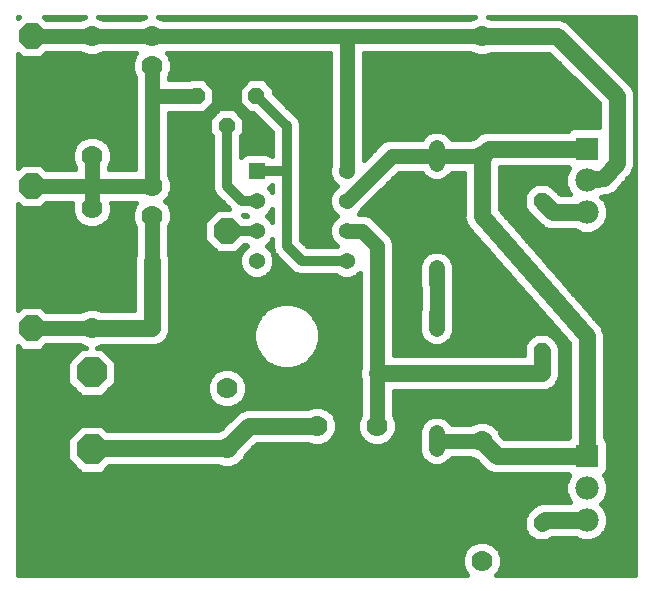
<source format=gtl>
G75*
%MOIN*%
%OFA0B0*%
%FSLAX25Y25*%
%IPPOS*%
%LPD*%
%AMOC8*
5,1,8,0,0,1.08239X$1,22.5*
%
%ADD10C,0.07000*%
%ADD11C,0.05200*%
%ADD12R,0.07795X0.07795*%
%ADD13C,0.07795*%
%ADD14OC8,0.05200*%
%ADD15OC8,0.08500*%
%ADD16OC8,0.10000*%
%ADD17R,0.05400X0.05400*%
%ADD18C,0.05400*%
%ADD19C,0.05000*%
%ADD20C,0.05600*%
%ADD21C,0.03200*%
%ADD22C,0.01600*%
D10*
X0076800Y0049300D03*
X0076800Y0069300D03*
X0106800Y0056800D03*
X0126800Y0056800D03*
X0161800Y0051800D03*
X0161800Y0011800D03*
X0051800Y0126800D03*
X0051800Y0136800D03*
X0031800Y0129300D03*
X0031800Y0146800D03*
X0051800Y0176800D03*
X0051800Y0186800D03*
X0031800Y0186800D03*
X0031800Y0089300D03*
X0161800Y0146800D03*
X0161800Y0186800D03*
D11*
X0146800Y0149400D02*
X0146800Y0144200D01*
X0146800Y0109400D02*
X0146800Y0104200D01*
X0146800Y0094400D02*
X0146800Y0089200D01*
X0146800Y0054400D02*
X0146800Y0049200D01*
D12*
X0196800Y0046800D03*
X0196800Y0149241D03*
D13*
X0196800Y0138611D03*
X0196800Y0127981D03*
X0196800Y0036170D03*
X0196800Y0025540D03*
D14*
X0181800Y0024300D03*
X0181800Y0074300D03*
X0181800Y0081800D03*
X0181800Y0131800D03*
X0086700Y0166800D03*
X0076800Y0156800D03*
X0066900Y0166800D03*
D15*
X0076800Y0121800D03*
X0011800Y0136800D03*
X0011800Y0089300D03*
X0011800Y0186800D03*
D16*
X0031800Y0074600D03*
X0031800Y0049000D03*
D17*
X0086800Y0141800D03*
D18*
X0086800Y0131800D03*
X0086800Y0121800D03*
X0086800Y0111800D03*
X0116800Y0111800D03*
X0116800Y0121800D03*
X0116800Y0131800D03*
X0116800Y0141800D03*
D19*
X0116800Y0186800D01*
X0051800Y0186800D01*
X0031800Y0186800D01*
X0011800Y0186800D01*
X0051800Y0176800D02*
X0051800Y0166800D01*
X0066900Y0166800D01*
X0051800Y0166800D02*
X0051800Y0136800D01*
X0031800Y0136800D01*
X0031800Y0146800D01*
X0031800Y0136800D02*
X0011800Y0136800D01*
X0031800Y0136800D02*
X0031800Y0129300D01*
X0051800Y0126800D02*
X0051800Y0111800D01*
X0031800Y0089300D02*
X0011800Y0089300D01*
X0116800Y0121800D02*
X0121800Y0121800D01*
X0126800Y0116800D01*
X0126800Y0074300D01*
X0126800Y0056800D01*
X0146800Y0051800D02*
X0161800Y0051800D01*
X0146800Y0091800D02*
X0146800Y0106800D01*
X0116800Y0131800D02*
X0131800Y0146800D01*
X0146800Y0146800D01*
X0161800Y0146800D01*
X0161800Y0186800D02*
X0116800Y0186800D01*
D20*
X0161800Y0186800D02*
X0186800Y0186800D01*
X0206800Y0166800D01*
X0206800Y0144300D01*
X0202489Y0139300D01*
X0196800Y0138611D01*
X0196800Y0149241D02*
X0164241Y0149241D01*
X0161800Y0146800D01*
X0161800Y0126800D01*
X0196800Y0086800D01*
X0196800Y0046800D01*
X0166800Y0046800D01*
X0161800Y0051800D01*
X0181800Y0074300D02*
X0126800Y0074300D01*
X0106800Y0056800D02*
X0084300Y0056800D01*
X0076800Y0049300D01*
X0032100Y0049300D01*
X0031800Y0049000D01*
X0031800Y0089300D02*
X0051800Y0089300D01*
X0051800Y0111800D01*
X0181800Y0131800D02*
X0185619Y0127981D01*
X0196800Y0127981D01*
X0181800Y0081800D02*
X0181800Y0074300D01*
X0183040Y0025540D02*
X0181800Y0024300D01*
X0183040Y0025540D02*
X0196800Y0025540D01*
D21*
X0116800Y0111800D02*
X0101800Y0111800D01*
X0096800Y0116800D01*
X0096800Y0141800D01*
X0086800Y0141800D01*
X0096800Y0141800D02*
X0096800Y0156700D01*
X0086700Y0166800D01*
X0076800Y0156800D02*
X0076800Y0136800D01*
X0081800Y0131800D01*
X0086800Y0131800D01*
X0086800Y0121800D02*
X0076800Y0121800D01*
D22*
X0007250Y0083314D02*
X0007250Y0007250D01*
X0156875Y0007250D01*
X0156120Y0008005D01*
X0155100Y0010467D01*
X0155100Y0013133D01*
X0156120Y0015595D01*
X0158005Y0017480D01*
X0160467Y0018500D01*
X0163133Y0018500D01*
X0165595Y0017480D01*
X0167480Y0015595D01*
X0168500Y0013133D01*
X0168500Y0010467D01*
X0167480Y0008005D01*
X0166725Y0007250D01*
X0212885Y0007250D01*
X0212885Y0193200D01*
X0163856Y0193200D01*
X0164823Y0192800D01*
X0187993Y0192800D01*
X0190199Y0191887D01*
X0210199Y0171887D01*
X0211887Y0170199D01*
X0212800Y0167993D01*
X0212800Y0144522D01*
X0212872Y0143553D01*
X0212800Y0143335D01*
X0212800Y0143107D01*
X0212428Y0142209D01*
X0212123Y0141286D01*
X0211974Y0141113D01*
X0211887Y0140901D01*
X0211199Y0140214D01*
X0207124Y0135488D01*
X0206475Y0134659D01*
X0206348Y0134588D01*
X0206254Y0134478D01*
X0205313Y0134004D01*
X0204395Y0133487D01*
X0204251Y0133470D01*
X0204122Y0133404D01*
X0203071Y0133327D01*
X0201663Y0133156D01*
X0202817Y0132002D01*
X0203898Y0129393D01*
X0203898Y0126569D01*
X0202817Y0123961D01*
X0200820Y0121964D01*
X0198212Y0120883D01*
X0195388Y0120883D01*
X0192780Y0121964D01*
X0192762Y0121981D01*
X0184425Y0121981D01*
X0182220Y0122895D01*
X0176713Y0128401D01*
X0176513Y0128884D01*
X0176000Y0129398D01*
X0176000Y0130124D01*
X0175800Y0130607D01*
X0175800Y0132993D01*
X0176000Y0133476D01*
X0176000Y0134202D01*
X0176513Y0134716D01*
X0176713Y0135199D01*
X0178401Y0136887D01*
X0178884Y0137087D01*
X0179398Y0137600D01*
X0180124Y0137600D01*
X0180607Y0137800D01*
X0182993Y0137800D01*
X0183476Y0137600D01*
X0184202Y0137600D01*
X0184716Y0137087D01*
X0185199Y0136887D01*
X0188104Y0133981D01*
X0191392Y0133981D01*
X0190783Y0134591D01*
X0189702Y0137199D01*
X0189702Y0140023D01*
X0190783Y0142632D01*
X0190936Y0142784D01*
X0190479Y0143241D01*
X0167800Y0143241D01*
X0167800Y0129054D01*
X0201184Y0090901D01*
X0201887Y0090199D01*
X0201965Y0090008D01*
X0202101Y0089853D01*
X0202420Y0088911D01*
X0202800Y0087993D01*
X0202800Y0087787D01*
X0202866Y0087592D01*
X0202800Y0086600D01*
X0202800Y0053121D01*
X0203410Y0052510D01*
X0203898Y0051334D01*
X0203898Y0042266D01*
X0203410Y0041090D01*
X0202664Y0040343D01*
X0202817Y0040191D01*
X0203898Y0037582D01*
X0203898Y0034758D01*
X0202817Y0032150D01*
X0201523Y0030855D01*
X0202817Y0029561D01*
X0203898Y0026952D01*
X0203898Y0024128D01*
X0202817Y0021520D01*
X0200820Y0019523D01*
X0198212Y0018443D01*
X0195388Y0018443D01*
X0192780Y0019523D01*
X0192762Y0019540D01*
X0185525Y0019540D01*
X0185199Y0019213D01*
X0184716Y0019013D01*
X0184202Y0018500D01*
X0183476Y0018500D01*
X0182993Y0018300D01*
X0180607Y0018300D01*
X0180124Y0018500D01*
X0179398Y0018500D01*
X0178884Y0019013D01*
X0178401Y0019213D01*
X0176713Y0020901D01*
X0176513Y0021384D01*
X0176000Y0021898D01*
X0176000Y0022624D01*
X0175800Y0023107D01*
X0175800Y0025493D01*
X0176000Y0025976D01*
X0176000Y0026702D01*
X0176513Y0027216D01*
X0176713Y0027699D01*
X0179641Y0030627D01*
X0181847Y0031540D01*
X0191392Y0031540D01*
X0190783Y0032150D01*
X0189702Y0034758D01*
X0189702Y0037582D01*
X0190783Y0040191D01*
X0190936Y0040343D01*
X0190479Y0040800D01*
X0165607Y0040800D01*
X0163401Y0041713D01*
X0159695Y0045420D01*
X0158053Y0046100D01*
X0151794Y0046100D01*
X0151717Y0045915D01*
X0150085Y0044283D01*
X0147954Y0043400D01*
X0145646Y0043400D01*
X0143515Y0044283D01*
X0141883Y0045915D01*
X0141000Y0048046D01*
X0141000Y0055554D01*
X0141883Y0057685D01*
X0143515Y0059317D01*
X0145646Y0060200D01*
X0147954Y0060200D01*
X0150085Y0059317D01*
X0151717Y0057685D01*
X0151794Y0057500D01*
X0158053Y0057500D01*
X0160467Y0058500D01*
X0163133Y0058500D01*
X0165595Y0057480D01*
X0167480Y0055595D01*
X0168180Y0053905D01*
X0169285Y0052800D01*
X0190479Y0052800D01*
X0190800Y0053121D01*
X0190800Y0084546D01*
X0157416Y0122699D01*
X0156713Y0123401D01*
X0156634Y0123592D01*
X0156499Y0123747D01*
X0156180Y0124689D01*
X0155800Y0125607D01*
X0155800Y0125813D01*
X0155734Y0126008D01*
X0155800Y0127000D01*
X0155800Y0141100D01*
X0151794Y0141100D01*
X0151717Y0140915D01*
X0150085Y0139283D01*
X0147954Y0138400D01*
X0145646Y0138400D01*
X0143515Y0139283D01*
X0141883Y0140915D01*
X0141806Y0141100D01*
X0134161Y0141100D01*
X0122002Y0128941D01*
X0121802Y0128458D01*
X0120844Y0127500D01*
X0122934Y0127500D01*
X0125029Y0126632D01*
X0130029Y0121632D01*
X0130029Y0121632D01*
X0131632Y0120029D01*
X0132500Y0117934D01*
X0132500Y0080300D01*
X0175800Y0080300D01*
X0175800Y0082993D01*
X0176000Y0083476D01*
X0176000Y0084202D01*
X0176513Y0084716D01*
X0176713Y0085199D01*
X0178401Y0086887D01*
X0178884Y0087087D01*
X0179398Y0087600D01*
X0180124Y0087600D01*
X0180607Y0087800D01*
X0182993Y0087800D01*
X0183476Y0087600D01*
X0184202Y0087600D01*
X0184716Y0087087D01*
X0185199Y0086887D01*
X0186887Y0085199D01*
X0187087Y0084716D01*
X0187600Y0084202D01*
X0187600Y0083476D01*
X0187800Y0082993D01*
X0187800Y0073107D01*
X0187600Y0072624D01*
X0187600Y0071898D01*
X0187087Y0071384D01*
X0186887Y0070901D01*
X0185199Y0069213D01*
X0184716Y0069013D01*
X0184202Y0068500D01*
X0183476Y0068500D01*
X0182993Y0068300D01*
X0132500Y0068300D01*
X0132500Y0060547D01*
X0133500Y0058133D01*
X0133500Y0055467D01*
X0132480Y0053005D01*
X0130595Y0051120D01*
X0128133Y0050100D01*
X0125467Y0050100D01*
X0123005Y0051120D01*
X0121120Y0053005D01*
X0120100Y0055467D01*
X0120100Y0058133D01*
X0121100Y0060547D01*
X0121100Y0072382D01*
X0120800Y0073107D01*
X0120800Y0075493D01*
X0121100Y0076218D01*
X0121100Y0107756D01*
X0120142Y0106798D01*
X0117974Y0105900D01*
X0115626Y0105900D01*
X0113458Y0106798D01*
X0113256Y0107000D01*
X0100845Y0107000D01*
X0099081Y0107731D01*
X0094081Y0112731D01*
X0092731Y0114081D01*
X0092000Y0115845D01*
X0092000Y0118937D01*
X0091802Y0118458D01*
X0090144Y0116800D01*
X0091802Y0115142D01*
X0092700Y0112974D01*
X0092700Y0110626D01*
X0091802Y0108458D01*
X0090142Y0106798D01*
X0087974Y0105900D01*
X0085626Y0105900D01*
X0083458Y0106798D01*
X0081798Y0108458D01*
X0080900Y0110626D01*
X0080900Y0112974D01*
X0081798Y0115142D01*
X0083456Y0116800D01*
X0083256Y0117000D01*
X0082536Y0117000D01*
X0079886Y0114350D01*
X0073714Y0114350D01*
X0069350Y0118714D01*
X0069350Y0124886D01*
X0073714Y0129250D01*
X0077562Y0129250D01*
X0072731Y0134081D01*
X0072000Y0135845D01*
X0072000Y0153398D01*
X0071000Y0154398D01*
X0071000Y0159202D01*
X0074398Y0162600D01*
X0079202Y0162600D01*
X0082600Y0159202D01*
X0082600Y0154398D01*
X0081600Y0153398D01*
X0081600Y0146525D01*
X0082287Y0147213D01*
X0083463Y0147700D01*
X0090137Y0147700D01*
X0091313Y0147213D01*
X0091925Y0146600D01*
X0092000Y0146600D01*
X0092000Y0154712D01*
X0085712Y0161000D01*
X0084298Y0161000D01*
X0080900Y0164398D01*
X0080900Y0169202D01*
X0084298Y0172600D01*
X0089102Y0172600D01*
X0092500Y0169202D01*
X0092500Y0167788D01*
X0100869Y0159419D01*
X0101600Y0157655D01*
X0101600Y0118788D01*
X0103788Y0116600D01*
X0113256Y0116600D01*
X0113456Y0116800D01*
X0111798Y0118458D01*
X0110900Y0120626D01*
X0110900Y0122974D01*
X0111798Y0125142D01*
X0113456Y0126800D01*
X0111798Y0128458D01*
X0110900Y0130626D01*
X0110900Y0132974D01*
X0111798Y0135142D01*
X0113456Y0136800D01*
X0111798Y0138458D01*
X0110900Y0140626D01*
X0110900Y0142974D01*
X0111100Y0143456D01*
X0111100Y0181100D01*
X0056975Y0181100D01*
X0057480Y0180595D01*
X0058500Y0178133D01*
X0058500Y0175467D01*
X0057500Y0173053D01*
X0057500Y0172500D01*
X0064398Y0172500D01*
X0064498Y0172600D01*
X0069302Y0172600D01*
X0072700Y0169202D01*
X0072700Y0164398D01*
X0069302Y0161000D01*
X0064498Y0161000D01*
X0064398Y0161100D01*
X0057500Y0161100D01*
X0057500Y0140547D01*
X0058500Y0138133D01*
X0058500Y0135467D01*
X0057480Y0133005D01*
X0056275Y0131800D01*
X0057480Y0130595D01*
X0058500Y0128133D01*
X0058500Y0125467D01*
X0057500Y0123053D01*
X0057500Y0113718D01*
X0057800Y0112993D01*
X0057800Y0088107D01*
X0056887Y0085901D01*
X0055199Y0084213D01*
X0052993Y0083300D01*
X0034823Y0083300D01*
X0033616Y0082800D01*
X0035197Y0082800D01*
X0040000Y0077997D01*
X0040000Y0071203D01*
X0035197Y0066400D01*
X0028403Y0066400D01*
X0023600Y0071203D01*
X0023600Y0077997D01*
X0028403Y0082800D01*
X0029984Y0082800D01*
X0028053Y0083600D01*
X0016636Y0083600D01*
X0014886Y0081850D01*
X0008714Y0081850D01*
X0007250Y0083314D01*
X0007250Y0081726D02*
X0027329Y0081726D01*
X0028719Y0083324D02*
X0016360Y0083324D01*
X0024132Y0078529D02*
X0007250Y0078529D01*
X0007250Y0080127D02*
X0025731Y0080127D01*
X0023600Y0076930D02*
X0007250Y0076930D01*
X0007250Y0075332D02*
X0023600Y0075332D01*
X0023600Y0073733D02*
X0007250Y0073733D01*
X0007250Y0072134D02*
X0023600Y0072134D01*
X0024267Y0070536D02*
X0007250Y0070536D01*
X0007250Y0068937D02*
X0025866Y0068937D01*
X0027464Y0067339D02*
X0007250Y0067339D01*
X0007250Y0065740D02*
X0071022Y0065740D01*
X0071120Y0065505D02*
X0073005Y0063620D01*
X0075467Y0062600D01*
X0078133Y0062600D01*
X0080595Y0063620D01*
X0082480Y0065505D01*
X0083500Y0067967D01*
X0083500Y0070633D01*
X0082480Y0073095D01*
X0080595Y0074980D01*
X0078133Y0076000D01*
X0075467Y0076000D01*
X0073005Y0074980D01*
X0071120Y0073095D01*
X0070100Y0070633D01*
X0070100Y0067967D01*
X0071120Y0065505D01*
X0072483Y0064142D02*
X0007250Y0064142D01*
X0007250Y0062543D02*
X0082487Y0062543D01*
X0083107Y0062800D02*
X0080901Y0061887D01*
X0074695Y0055680D01*
X0073777Y0055300D01*
X0037097Y0055300D01*
X0035197Y0057200D01*
X0028403Y0057200D01*
X0023600Y0052397D01*
X0023600Y0045603D01*
X0028403Y0040800D01*
X0035197Y0040800D01*
X0037697Y0043300D01*
X0073777Y0043300D01*
X0075467Y0042600D01*
X0078133Y0042600D01*
X0080595Y0043620D01*
X0082480Y0045505D01*
X0083180Y0047195D01*
X0086785Y0050800D01*
X0103777Y0050800D01*
X0105467Y0050100D01*
X0108133Y0050100D01*
X0110595Y0051120D01*
X0112480Y0053005D01*
X0113500Y0055467D01*
X0113500Y0058133D01*
X0112480Y0060595D01*
X0110595Y0062480D01*
X0108133Y0063500D01*
X0105467Y0063500D01*
X0103777Y0062800D01*
X0083107Y0062800D01*
X0081117Y0064142D02*
X0121100Y0064142D01*
X0121100Y0065740D02*
X0082578Y0065740D01*
X0083240Y0067339D02*
X0121100Y0067339D01*
X0121100Y0068937D02*
X0083500Y0068937D01*
X0083500Y0070536D02*
X0121100Y0070536D01*
X0121100Y0072134D02*
X0082878Y0072134D01*
X0081842Y0073733D02*
X0120800Y0073733D01*
X0120800Y0075332D02*
X0079747Y0075332D01*
X0073853Y0075332D02*
X0040000Y0075332D01*
X0040000Y0076930D02*
X0091697Y0076930D01*
X0092516Y0076457D02*
X0089985Y0077918D01*
X0087918Y0079985D01*
X0086457Y0082516D01*
X0085701Y0085339D01*
X0085701Y0088261D01*
X0086457Y0091084D01*
X0087918Y0093615D01*
X0089985Y0095682D01*
X0092516Y0097143D01*
X0095339Y0097899D01*
X0098261Y0097899D01*
X0101084Y0097143D01*
X0103615Y0095682D01*
X0105682Y0093615D01*
X0107143Y0091084D01*
X0107899Y0088261D01*
X0107899Y0085339D01*
X0107143Y0082516D01*
X0105682Y0079985D01*
X0103615Y0077918D01*
X0101084Y0076457D01*
X0098261Y0075701D01*
X0095339Y0075701D01*
X0092516Y0076457D01*
X0089375Y0078529D02*
X0039468Y0078529D01*
X0037869Y0080127D02*
X0087836Y0080127D01*
X0086913Y0081726D02*
X0036271Y0081726D01*
X0040000Y0073733D02*
X0071758Y0073733D01*
X0070722Y0072134D02*
X0040000Y0072134D01*
X0039333Y0070536D02*
X0070100Y0070536D01*
X0070100Y0068937D02*
X0037734Y0068937D01*
X0036136Y0067339D02*
X0070360Y0067339D01*
X0078361Y0059346D02*
X0007250Y0059346D01*
X0007250Y0057748D02*
X0076763Y0057748D01*
X0075164Y0056149D02*
X0036247Y0056149D01*
X0027353Y0056149D02*
X0007250Y0056149D01*
X0007250Y0054551D02*
X0025754Y0054551D01*
X0024156Y0052952D02*
X0007250Y0052952D01*
X0007250Y0051354D02*
X0023600Y0051354D01*
X0023600Y0049755D02*
X0007250Y0049755D01*
X0007250Y0048157D02*
X0023600Y0048157D01*
X0023600Y0046558D02*
X0007250Y0046558D01*
X0007250Y0044960D02*
X0024244Y0044960D01*
X0025842Y0043361D02*
X0007250Y0043361D01*
X0007250Y0041763D02*
X0027441Y0041763D01*
X0036159Y0041763D02*
X0163352Y0041763D01*
X0161753Y0043361D02*
X0079971Y0043361D01*
X0081935Y0044960D02*
X0142838Y0044960D01*
X0141616Y0046558D02*
X0082916Y0046558D01*
X0084142Y0048157D02*
X0141000Y0048157D01*
X0141000Y0049755D02*
X0085741Y0049755D01*
X0079960Y0060945D02*
X0007250Y0060945D01*
X0007250Y0040164D02*
X0190772Y0040164D01*
X0190110Y0038566D02*
X0007250Y0038566D01*
X0007250Y0036967D02*
X0189702Y0036967D01*
X0189702Y0035369D02*
X0007250Y0035369D01*
X0007250Y0033770D02*
X0190112Y0033770D01*
X0190774Y0032172D02*
X0007250Y0032172D01*
X0007250Y0030573D02*
X0179588Y0030573D01*
X0177989Y0028975D02*
X0007250Y0028975D01*
X0007250Y0027376D02*
X0176580Y0027376D01*
X0175918Y0025778D02*
X0007250Y0025778D01*
X0007250Y0024179D02*
X0175800Y0024179D01*
X0176000Y0022581D02*
X0007250Y0022581D01*
X0007250Y0020982D02*
X0176680Y0020982D01*
X0178231Y0019384D02*
X0007250Y0019384D01*
X0007250Y0017785D02*
X0158741Y0017785D01*
X0156711Y0016187D02*
X0007250Y0016187D01*
X0007250Y0014588D02*
X0155703Y0014588D01*
X0155100Y0012990D02*
X0007250Y0012990D01*
X0007250Y0011391D02*
X0155100Y0011391D01*
X0155379Y0009793D02*
X0007250Y0009793D01*
X0007250Y0008194D02*
X0156042Y0008194D01*
X0164859Y0017785D02*
X0212885Y0017785D01*
X0212885Y0016187D02*
X0166889Y0016187D01*
X0167897Y0014588D02*
X0212885Y0014588D01*
X0212885Y0012990D02*
X0168500Y0012990D01*
X0168500Y0011391D02*
X0212885Y0011391D01*
X0212885Y0009793D02*
X0168220Y0009793D01*
X0167558Y0008194D02*
X0212885Y0008194D01*
X0212885Y0019384D02*
X0200484Y0019384D01*
X0202280Y0020982D02*
X0212885Y0020982D01*
X0212885Y0022581D02*
X0203257Y0022581D01*
X0203898Y0024179D02*
X0212885Y0024179D01*
X0212885Y0025778D02*
X0203898Y0025778D01*
X0203722Y0027376D02*
X0212885Y0027376D01*
X0212885Y0028975D02*
X0203060Y0028975D01*
X0201805Y0030573D02*
X0212885Y0030573D01*
X0212885Y0032172D02*
X0202826Y0032172D01*
X0203488Y0033770D02*
X0212885Y0033770D01*
X0212885Y0035369D02*
X0203898Y0035369D01*
X0203898Y0036967D02*
X0212885Y0036967D01*
X0212885Y0038566D02*
X0203490Y0038566D01*
X0202828Y0040164D02*
X0212885Y0040164D01*
X0212885Y0041763D02*
X0203689Y0041763D01*
X0203898Y0043361D02*
X0212885Y0043361D01*
X0212885Y0044960D02*
X0203898Y0044960D01*
X0203898Y0046558D02*
X0212885Y0046558D01*
X0212885Y0048157D02*
X0203898Y0048157D01*
X0203898Y0049755D02*
X0212885Y0049755D01*
X0212885Y0051354D02*
X0203889Y0051354D01*
X0202968Y0052952D02*
X0212885Y0052952D01*
X0212885Y0054551D02*
X0202800Y0054551D01*
X0202800Y0056149D02*
X0212885Y0056149D01*
X0212885Y0057748D02*
X0202800Y0057748D01*
X0202800Y0059346D02*
X0212885Y0059346D01*
X0212885Y0060945D02*
X0202800Y0060945D01*
X0202800Y0062543D02*
X0212885Y0062543D01*
X0212885Y0064142D02*
X0202800Y0064142D01*
X0202800Y0065740D02*
X0212885Y0065740D01*
X0212885Y0067339D02*
X0202800Y0067339D01*
X0202800Y0068937D02*
X0212885Y0068937D01*
X0212885Y0070536D02*
X0202800Y0070536D01*
X0202800Y0072134D02*
X0212885Y0072134D01*
X0212885Y0073733D02*
X0202800Y0073733D01*
X0202800Y0075332D02*
X0212885Y0075332D01*
X0212885Y0076930D02*
X0202800Y0076930D01*
X0202800Y0078529D02*
X0212885Y0078529D01*
X0212885Y0080127D02*
X0202800Y0080127D01*
X0202800Y0081726D02*
X0212885Y0081726D01*
X0212885Y0083324D02*
X0202800Y0083324D01*
X0202800Y0084923D02*
X0212885Y0084923D01*
X0212885Y0086521D02*
X0202800Y0086521D01*
X0202748Y0088120D02*
X0212885Y0088120D01*
X0212885Y0089718D02*
X0202147Y0089718D01*
X0200821Y0091317D02*
X0212885Y0091317D01*
X0212885Y0092915D02*
X0199422Y0092915D01*
X0198023Y0094514D02*
X0212885Y0094514D01*
X0212885Y0096112D02*
X0196624Y0096112D01*
X0195226Y0097711D02*
X0212885Y0097711D01*
X0212885Y0099309D02*
X0193827Y0099309D01*
X0192428Y0100908D02*
X0212885Y0100908D01*
X0212885Y0102506D02*
X0191030Y0102506D01*
X0189631Y0104105D02*
X0212885Y0104105D01*
X0212885Y0105703D02*
X0188232Y0105703D01*
X0186834Y0107302D02*
X0212885Y0107302D01*
X0212885Y0108900D02*
X0185435Y0108900D01*
X0184036Y0110499D02*
X0212885Y0110499D01*
X0212885Y0112097D02*
X0182637Y0112097D01*
X0181239Y0113696D02*
X0212885Y0113696D01*
X0212885Y0115294D02*
X0179840Y0115294D01*
X0178441Y0116893D02*
X0212885Y0116893D01*
X0212885Y0118491D02*
X0177043Y0118491D01*
X0175644Y0120090D02*
X0212885Y0120090D01*
X0212885Y0121688D02*
X0200155Y0121688D01*
X0202143Y0123287D02*
X0212885Y0123287D01*
X0212885Y0124885D02*
X0203200Y0124885D01*
X0203862Y0126484D02*
X0212885Y0126484D01*
X0212885Y0128082D02*
X0203898Y0128082D01*
X0203778Y0129681D02*
X0212885Y0129681D01*
X0212885Y0131279D02*
X0203116Y0131279D01*
X0201941Y0132878D02*
X0212885Y0132878D01*
X0212885Y0134476D02*
X0206250Y0134476D01*
X0207631Y0136075D02*
X0212885Y0136075D01*
X0212885Y0137673D02*
X0209009Y0137673D01*
X0210387Y0139272D02*
X0212885Y0139272D01*
X0212885Y0140870D02*
X0211856Y0140870D01*
X0212536Y0142469D02*
X0212885Y0142469D01*
X0212834Y0144068D02*
X0212885Y0144068D01*
X0212885Y0145666D02*
X0212800Y0145666D01*
X0212800Y0147265D02*
X0212885Y0147265D01*
X0212885Y0148863D02*
X0212800Y0148863D01*
X0212800Y0150462D02*
X0212885Y0150462D01*
X0212885Y0152060D02*
X0212800Y0152060D01*
X0212800Y0153659D02*
X0212885Y0153659D01*
X0212885Y0155257D02*
X0212800Y0155257D01*
X0212800Y0156856D02*
X0212885Y0156856D01*
X0212885Y0158454D02*
X0212800Y0158454D01*
X0212800Y0160053D02*
X0212885Y0160053D01*
X0212885Y0161651D02*
X0212800Y0161651D01*
X0212800Y0163250D02*
X0212885Y0163250D01*
X0212885Y0164848D02*
X0212800Y0164848D01*
X0212800Y0166447D02*
X0212885Y0166447D01*
X0212885Y0168045D02*
X0212779Y0168045D01*
X0212885Y0169644D02*
X0212116Y0169644D01*
X0212885Y0171242D02*
X0210843Y0171242D01*
X0209245Y0172841D02*
X0212885Y0172841D01*
X0212885Y0174439D02*
X0207646Y0174439D01*
X0206048Y0176038D02*
X0212885Y0176038D01*
X0212885Y0177636D02*
X0204449Y0177636D01*
X0202851Y0179235D02*
X0212885Y0179235D01*
X0212885Y0180833D02*
X0201252Y0180833D01*
X0199653Y0182432D02*
X0212885Y0182432D01*
X0212885Y0184030D02*
X0198055Y0184030D01*
X0196456Y0185629D02*
X0212885Y0185629D01*
X0212885Y0187227D02*
X0194858Y0187227D01*
X0193259Y0188826D02*
X0212885Y0188826D01*
X0212885Y0190424D02*
X0191661Y0190424D01*
X0189870Y0192023D02*
X0212885Y0192023D01*
X0192274Y0172841D02*
X0122500Y0172841D01*
X0122500Y0174439D02*
X0190675Y0174439D01*
X0189077Y0176038D02*
X0122500Y0176038D01*
X0122500Y0177636D02*
X0187478Y0177636D01*
X0185880Y0179235D02*
X0122500Y0179235D01*
X0122500Y0180833D02*
X0158697Y0180833D01*
X0158053Y0181100D02*
X0160467Y0180100D01*
X0163133Y0180100D01*
X0164823Y0180800D01*
X0184315Y0180800D01*
X0200800Y0164315D01*
X0200800Y0156339D01*
X0192266Y0156339D01*
X0191090Y0155851D01*
X0190479Y0155241D01*
X0163047Y0155241D01*
X0160842Y0154327D01*
X0159695Y0153180D01*
X0158053Y0152500D01*
X0151794Y0152500D01*
X0151717Y0152685D01*
X0150085Y0154317D01*
X0147954Y0155200D01*
X0145646Y0155200D01*
X0143515Y0154317D01*
X0141883Y0152685D01*
X0141806Y0152500D01*
X0130666Y0152500D01*
X0128571Y0151632D01*
X0126968Y0150029D01*
X0122500Y0145561D01*
X0122500Y0181100D01*
X0158053Y0181100D01*
X0158053Y0192500D02*
X0055547Y0192500D01*
X0053856Y0193200D01*
X0159744Y0193200D01*
X0158053Y0192500D01*
X0122500Y0171242D02*
X0193873Y0171242D01*
X0195471Y0169644D02*
X0122500Y0169644D01*
X0122500Y0168045D02*
X0197070Y0168045D01*
X0198668Y0166447D02*
X0122500Y0166447D01*
X0122500Y0164848D02*
X0200267Y0164848D01*
X0200800Y0163250D02*
X0122500Y0163250D01*
X0122500Y0161651D02*
X0200800Y0161651D01*
X0200800Y0160053D02*
X0122500Y0160053D01*
X0122500Y0158454D02*
X0200800Y0158454D01*
X0200800Y0156856D02*
X0122500Y0156856D01*
X0122500Y0155257D02*
X0190495Y0155257D01*
X0190716Y0142469D02*
X0167800Y0142469D01*
X0167800Y0140870D02*
X0190053Y0140870D01*
X0189702Y0139272D02*
X0167800Y0139272D01*
X0167800Y0137673D02*
X0180301Y0137673D01*
X0177590Y0136075D02*
X0167800Y0136075D01*
X0167800Y0134476D02*
X0176274Y0134476D01*
X0175800Y0132878D02*
X0167800Y0132878D01*
X0167800Y0131279D02*
X0175800Y0131279D01*
X0176000Y0129681D02*
X0167800Y0129681D01*
X0168650Y0128082D02*
X0177032Y0128082D01*
X0178631Y0126484D02*
X0170049Y0126484D01*
X0171448Y0124885D02*
X0180229Y0124885D01*
X0181828Y0123287D02*
X0172847Y0123287D01*
X0174245Y0121688D02*
X0193445Y0121688D01*
X0190897Y0134476D02*
X0187609Y0134476D01*
X0186010Y0136075D02*
X0190168Y0136075D01*
X0189702Y0137673D02*
X0183299Y0137673D01*
X0161097Y0118491D02*
X0132269Y0118491D01*
X0132500Y0116893D02*
X0162496Y0116893D01*
X0163895Y0115294D02*
X0132500Y0115294D01*
X0132500Y0113696D02*
X0142893Y0113696D01*
X0143515Y0114317D02*
X0141883Y0112685D01*
X0141000Y0110554D01*
X0141000Y0103046D01*
X0141100Y0102805D01*
X0141100Y0095795D01*
X0141000Y0095554D01*
X0141000Y0088046D01*
X0141883Y0085915D01*
X0143515Y0084283D01*
X0145646Y0083400D01*
X0147954Y0083400D01*
X0150085Y0084283D01*
X0151717Y0085915D01*
X0152600Y0088046D01*
X0152600Y0095554D01*
X0152500Y0095795D01*
X0152500Y0102805D01*
X0152600Y0103046D01*
X0152600Y0110554D01*
X0151717Y0112685D01*
X0150085Y0114317D01*
X0147954Y0115200D01*
X0145646Y0115200D01*
X0143515Y0114317D01*
X0141639Y0112097D02*
X0132500Y0112097D01*
X0132500Y0110499D02*
X0141000Y0110499D01*
X0141000Y0108900D02*
X0132500Y0108900D01*
X0132500Y0107302D02*
X0141000Y0107302D01*
X0141000Y0105703D02*
X0132500Y0105703D01*
X0132500Y0104105D02*
X0141000Y0104105D01*
X0141100Y0102506D02*
X0132500Y0102506D01*
X0132500Y0100908D02*
X0141100Y0100908D01*
X0141100Y0099309D02*
X0132500Y0099309D01*
X0132500Y0097711D02*
X0141100Y0097711D01*
X0141100Y0096112D02*
X0132500Y0096112D01*
X0132500Y0094514D02*
X0141000Y0094514D01*
X0141000Y0092915D02*
X0132500Y0092915D01*
X0132500Y0091317D02*
X0141000Y0091317D01*
X0141000Y0089718D02*
X0132500Y0089718D01*
X0132500Y0088120D02*
X0141000Y0088120D01*
X0141632Y0086521D02*
X0132500Y0086521D01*
X0132500Y0084923D02*
X0142875Y0084923D01*
X0150725Y0084923D02*
X0176599Y0084923D01*
X0175937Y0083324D02*
X0132500Y0083324D01*
X0132500Y0081726D02*
X0175800Y0081726D01*
X0178036Y0086521D02*
X0151968Y0086521D01*
X0152600Y0088120D02*
X0187673Y0088120D01*
X0186274Y0089718D02*
X0152600Y0089718D01*
X0152600Y0091317D02*
X0184875Y0091317D01*
X0183477Y0092915D02*
X0152600Y0092915D01*
X0152600Y0094514D02*
X0182078Y0094514D01*
X0180679Y0096112D02*
X0152500Y0096112D01*
X0152500Y0097711D02*
X0179281Y0097711D01*
X0177882Y0099309D02*
X0152500Y0099309D01*
X0152500Y0100908D02*
X0176483Y0100908D01*
X0175084Y0102506D02*
X0152500Y0102506D01*
X0152600Y0104105D02*
X0173686Y0104105D01*
X0172287Y0105703D02*
X0152600Y0105703D01*
X0152600Y0107302D02*
X0170888Y0107302D01*
X0169490Y0108900D02*
X0152600Y0108900D01*
X0152600Y0110499D02*
X0168091Y0110499D01*
X0166692Y0112097D02*
X0151961Y0112097D01*
X0150707Y0113696D02*
X0165294Y0113696D01*
X0159699Y0120090D02*
X0131571Y0120090D01*
X0129973Y0121688D02*
X0158300Y0121688D01*
X0156828Y0123287D02*
X0128374Y0123287D01*
X0126776Y0124885D02*
X0156099Y0124885D01*
X0155766Y0126484D02*
X0125177Y0126484D01*
X0122742Y0129681D02*
X0155800Y0129681D01*
X0155800Y0131279D02*
X0124340Y0131279D01*
X0125939Y0132878D02*
X0155800Y0132878D01*
X0155800Y0134476D02*
X0127537Y0134476D01*
X0129136Y0136075D02*
X0155800Y0136075D01*
X0155800Y0137673D02*
X0130734Y0137673D01*
X0132333Y0139272D02*
X0143541Y0139272D01*
X0141927Y0140870D02*
X0133931Y0140870D01*
X0125802Y0148863D02*
X0122500Y0148863D01*
X0122500Y0147265D02*
X0124204Y0147265D01*
X0122605Y0145666D02*
X0122500Y0145666D01*
X0122500Y0150462D02*
X0127401Y0150462D01*
X0129604Y0152060D02*
X0122500Y0152060D01*
X0122500Y0153659D02*
X0142856Y0153659D01*
X0150744Y0153659D02*
X0160173Y0153659D01*
X0155800Y0140870D02*
X0151673Y0140870D01*
X0150059Y0139272D02*
X0155800Y0139272D01*
X0155800Y0128082D02*
X0121426Y0128082D01*
X0113140Y0126484D02*
X0101600Y0126484D01*
X0101600Y0128082D02*
X0112174Y0128082D01*
X0111292Y0129681D02*
X0101600Y0129681D01*
X0101600Y0131279D02*
X0110900Y0131279D01*
X0110900Y0132878D02*
X0101600Y0132878D01*
X0101600Y0134476D02*
X0111523Y0134476D01*
X0112731Y0136075D02*
X0101600Y0136075D01*
X0101600Y0137673D02*
X0112583Y0137673D01*
X0111461Y0139272D02*
X0101600Y0139272D01*
X0101600Y0140870D02*
X0110900Y0140870D01*
X0110900Y0142469D02*
X0101600Y0142469D01*
X0101600Y0144068D02*
X0111100Y0144068D01*
X0111100Y0145666D02*
X0101600Y0145666D01*
X0101600Y0147265D02*
X0111100Y0147265D01*
X0111100Y0148863D02*
X0101600Y0148863D01*
X0101600Y0150462D02*
X0111100Y0150462D01*
X0111100Y0152060D02*
X0101600Y0152060D01*
X0101600Y0153659D02*
X0111100Y0153659D01*
X0111100Y0155257D02*
X0101600Y0155257D01*
X0101600Y0156856D02*
X0111100Y0156856D01*
X0111100Y0158454D02*
X0101269Y0158454D01*
X0100236Y0160053D02*
X0111100Y0160053D01*
X0111100Y0161651D02*
X0098637Y0161651D01*
X0097039Y0163250D02*
X0111100Y0163250D01*
X0111100Y0164848D02*
X0095440Y0164848D01*
X0093842Y0166447D02*
X0111100Y0166447D01*
X0111100Y0168045D02*
X0092500Y0168045D01*
X0092059Y0169644D02*
X0111100Y0169644D01*
X0111100Y0171242D02*
X0090460Y0171242D01*
X0082940Y0171242D02*
X0070660Y0171242D01*
X0072259Y0169644D02*
X0081341Y0169644D01*
X0080900Y0168045D02*
X0072700Y0168045D01*
X0072700Y0166447D02*
X0080900Y0166447D01*
X0080900Y0164848D02*
X0072700Y0164848D01*
X0071552Y0163250D02*
X0082048Y0163250D01*
X0083646Y0161651D02*
X0080151Y0161651D01*
X0081750Y0160053D02*
X0086659Y0160053D01*
X0088258Y0158454D02*
X0082600Y0158454D01*
X0082600Y0156856D02*
X0089856Y0156856D01*
X0091455Y0155257D02*
X0082600Y0155257D01*
X0081861Y0153659D02*
X0092000Y0153659D01*
X0092000Y0152060D02*
X0081600Y0152060D01*
X0081600Y0150462D02*
X0092000Y0150462D01*
X0092000Y0148863D02*
X0081600Y0148863D01*
X0081600Y0147265D02*
X0082412Y0147265D01*
X0091188Y0147265D02*
X0092000Y0147265D01*
X0092000Y0137000D02*
X0092000Y0134663D01*
X0091802Y0135142D01*
X0090778Y0136166D01*
X0091313Y0136387D01*
X0091925Y0137000D01*
X0092000Y0137000D01*
X0092000Y0136075D02*
X0090869Y0136075D01*
X0092000Y0128937D02*
X0092000Y0124663D01*
X0091802Y0125142D01*
X0090144Y0126800D01*
X0091802Y0128458D01*
X0092000Y0128937D01*
X0092000Y0128082D02*
X0091426Y0128082D01*
X0092000Y0126484D02*
X0090460Y0126484D01*
X0091908Y0124885D02*
X0092000Y0124885D01*
X0092000Y0118491D02*
X0091816Y0118491D01*
X0092000Y0116893D02*
X0090237Y0116893D01*
X0091650Y0115294D02*
X0092228Y0115294D01*
X0092401Y0113696D02*
X0093116Y0113696D01*
X0092700Y0112097D02*
X0094714Y0112097D01*
X0096313Y0110499D02*
X0092647Y0110499D01*
X0091985Y0108900D02*
X0097912Y0108900D01*
X0100117Y0107302D02*
X0090646Y0107302D01*
X0082954Y0107302D02*
X0057800Y0107302D01*
X0057800Y0108900D02*
X0081615Y0108900D01*
X0080953Y0110499D02*
X0057800Y0110499D01*
X0057800Y0112097D02*
X0080900Y0112097D01*
X0081199Y0113696D02*
X0057509Y0113696D01*
X0057500Y0115294D02*
X0072770Y0115294D01*
X0071171Y0116893D02*
X0057500Y0116893D01*
X0057500Y0118491D02*
X0069573Y0118491D01*
X0069350Y0120090D02*
X0057500Y0120090D01*
X0057500Y0121688D02*
X0069350Y0121688D01*
X0069350Y0123287D02*
X0057597Y0123287D01*
X0058259Y0124885D02*
X0069350Y0124885D01*
X0070948Y0126484D02*
X0058500Y0126484D01*
X0058500Y0128082D02*
X0072547Y0128082D01*
X0075532Y0131279D02*
X0056796Y0131279D01*
X0057353Y0132878D02*
X0073934Y0132878D01*
X0072567Y0134476D02*
X0058090Y0134476D01*
X0058500Y0136075D02*
X0072000Y0136075D01*
X0072000Y0137673D02*
X0058500Y0137673D01*
X0058028Y0139272D02*
X0072000Y0139272D01*
X0072000Y0140870D02*
X0057500Y0140870D01*
X0057500Y0142469D02*
X0072000Y0142469D01*
X0072000Y0144068D02*
X0057500Y0144068D01*
X0057500Y0145666D02*
X0072000Y0145666D01*
X0072000Y0147265D02*
X0057500Y0147265D01*
X0057500Y0148863D02*
X0072000Y0148863D01*
X0072000Y0150462D02*
X0057500Y0150462D01*
X0057500Y0152060D02*
X0072000Y0152060D01*
X0071739Y0153659D02*
X0057500Y0153659D01*
X0057500Y0155257D02*
X0071000Y0155257D01*
X0071000Y0156856D02*
X0057500Y0156856D01*
X0057500Y0158454D02*
X0071000Y0158454D01*
X0071850Y0160053D02*
X0057500Y0160053D01*
X0069954Y0161651D02*
X0073449Y0161651D01*
X0057500Y0172841D02*
X0111100Y0172841D01*
X0111100Y0174439D02*
X0058074Y0174439D01*
X0058500Y0176038D02*
X0111100Y0176038D01*
X0111100Y0177636D02*
X0058500Y0177636D01*
X0058044Y0179235D02*
X0111100Y0179235D01*
X0111100Y0180833D02*
X0057242Y0180833D01*
X0046625Y0181100D02*
X0046120Y0180595D01*
X0045100Y0178133D01*
X0045100Y0175467D01*
X0046100Y0173053D01*
X0046100Y0142500D01*
X0037500Y0142500D01*
X0037500Y0143053D01*
X0038500Y0145467D01*
X0038500Y0148133D01*
X0037480Y0150595D01*
X0035595Y0152480D01*
X0033133Y0153500D01*
X0030467Y0153500D01*
X0028005Y0152480D01*
X0026120Y0150595D01*
X0025100Y0148133D01*
X0025100Y0145467D01*
X0026100Y0143053D01*
X0026100Y0142500D01*
X0016636Y0142500D01*
X0014886Y0144250D01*
X0008714Y0144250D01*
X0007250Y0142786D01*
X0007250Y0180814D01*
X0008714Y0179350D01*
X0014886Y0179350D01*
X0016636Y0181100D01*
X0028053Y0181100D01*
X0030467Y0180100D01*
X0033133Y0180100D01*
X0035547Y0181100D01*
X0046625Y0181100D01*
X0046358Y0180833D02*
X0034903Y0180833D01*
X0028697Y0180833D02*
X0016369Y0180833D01*
X0007250Y0179235D02*
X0045556Y0179235D01*
X0045100Y0177636D02*
X0007250Y0177636D01*
X0007250Y0176038D02*
X0045100Y0176038D01*
X0045526Y0174439D02*
X0007250Y0174439D01*
X0007250Y0172841D02*
X0046100Y0172841D01*
X0046100Y0171242D02*
X0007250Y0171242D01*
X0007250Y0169644D02*
X0046100Y0169644D01*
X0046100Y0168045D02*
X0007250Y0168045D01*
X0007250Y0166447D02*
X0046100Y0166447D01*
X0046100Y0164848D02*
X0007250Y0164848D01*
X0007250Y0163250D02*
X0046100Y0163250D01*
X0046100Y0161651D02*
X0007250Y0161651D01*
X0007250Y0160053D02*
X0046100Y0160053D01*
X0046100Y0158454D02*
X0007250Y0158454D01*
X0007250Y0156856D02*
X0046100Y0156856D01*
X0046100Y0155257D02*
X0007250Y0155257D01*
X0007250Y0153659D02*
X0046100Y0153659D01*
X0046100Y0152060D02*
X0036015Y0152060D01*
X0037535Y0150462D02*
X0046100Y0150462D01*
X0046100Y0148863D02*
X0038197Y0148863D01*
X0038500Y0147265D02*
X0046100Y0147265D01*
X0046100Y0145666D02*
X0038500Y0145666D01*
X0037920Y0144068D02*
X0046100Y0144068D01*
X0046625Y0131100D02*
X0038306Y0131100D01*
X0038500Y0130633D01*
X0038500Y0127967D01*
X0037480Y0125505D01*
X0035595Y0123620D01*
X0033133Y0122600D01*
X0030467Y0122600D01*
X0028005Y0123620D01*
X0026120Y0125505D01*
X0025100Y0127967D01*
X0025100Y0130633D01*
X0025294Y0131100D01*
X0016636Y0131100D01*
X0014886Y0129350D01*
X0008714Y0129350D01*
X0007250Y0130814D01*
X0007250Y0095286D01*
X0008714Y0096750D01*
X0014886Y0096750D01*
X0016636Y0095000D01*
X0028053Y0095000D01*
X0030467Y0096000D01*
X0033133Y0096000D01*
X0034823Y0095300D01*
X0045800Y0095300D01*
X0045800Y0112993D01*
X0046100Y0113718D01*
X0046100Y0123053D01*
X0045100Y0125467D01*
X0045100Y0128133D01*
X0046120Y0130595D01*
X0046625Y0131100D01*
X0045741Y0129681D02*
X0038500Y0129681D01*
X0038500Y0128082D02*
X0045100Y0128082D01*
X0045100Y0126484D02*
X0037886Y0126484D01*
X0036861Y0124885D02*
X0045341Y0124885D01*
X0046003Y0123287D02*
X0034791Y0123287D01*
X0028809Y0123287D02*
X0007250Y0123287D01*
X0007250Y0124885D02*
X0026739Y0124885D01*
X0025714Y0126484D02*
X0007250Y0126484D01*
X0007250Y0128082D02*
X0025100Y0128082D01*
X0025100Y0129681D02*
X0015217Y0129681D01*
X0008383Y0129681D02*
X0007250Y0129681D01*
X0007250Y0121688D02*
X0046100Y0121688D01*
X0046100Y0120090D02*
X0007250Y0120090D01*
X0007250Y0118491D02*
X0046100Y0118491D01*
X0046100Y0116893D02*
X0007250Y0116893D01*
X0007250Y0115294D02*
X0046100Y0115294D01*
X0046091Y0113696D02*
X0007250Y0113696D01*
X0007250Y0112097D02*
X0045800Y0112097D01*
X0045800Y0110499D02*
X0007250Y0110499D01*
X0007250Y0108900D02*
X0045800Y0108900D01*
X0045800Y0107302D02*
X0007250Y0107302D01*
X0007250Y0105703D02*
X0045800Y0105703D01*
X0045800Y0104105D02*
X0007250Y0104105D01*
X0007250Y0102506D02*
X0045800Y0102506D01*
X0045800Y0100908D02*
X0007250Y0100908D01*
X0007250Y0099309D02*
X0045800Y0099309D01*
X0045800Y0097711D02*
X0007250Y0097711D01*
X0007250Y0096112D02*
X0008076Y0096112D01*
X0015524Y0096112D02*
X0045800Y0096112D01*
X0057143Y0086521D02*
X0085701Y0086521D01*
X0085701Y0088120D02*
X0057800Y0088120D01*
X0057800Y0089718D02*
X0086091Y0089718D01*
X0086591Y0091317D02*
X0057800Y0091317D01*
X0057800Y0092915D02*
X0087514Y0092915D01*
X0088817Y0094514D02*
X0057800Y0094514D01*
X0057800Y0096112D02*
X0090731Y0096112D01*
X0094635Y0097711D02*
X0057800Y0097711D01*
X0057800Y0099309D02*
X0121100Y0099309D01*
X0121100Y0097711D02*
X0098965Y0097711D01*
X0102869Y0096112D02*
X0121100Y0096112D01*
X0121100Y0094514D02*
X0104783Y0094514D01*
X0106086Y0092915D02*
X0121100Y0092915D01*
X0121100Y0091317D02*
X0107009Y0091317D01*
X0107509Y0089718D02*
X0121100Y0089718D01*
X0121100Y0088120D02*
X0107899Y0088120D01*
X0107899Y0086521D02*
X0121100Y0086521D01*
X0121100Y0084923D02*
X0107788Y0084923D01*
X0107359Y0083324D02*
X0121100Y0083324D01*
X0121100Y0081726D02*
X0106687Y0081726D01*
X0105764Y0080127D02*
X0121100Y0080127D01*
X0121100Y0078529D02*
X0104225Y0078529D01*
X0101903Y0076930D02*
X0121100Y0076930D01*
X0132500Y0067339D02*
X0190800Y0067339D01*
X0190800Y0068937D02*
X0184640Y0068937D01*
X0186521Y0070536D02*
X0190800Y0070536D01*
X0190800Y0072134D02*
X0187600Y0072134D01*
X0187800Y0073733D02*
X0190800Y0073733D01*
X0190800Y0075332D02*
X0187800Y0075332D01*
X0187800Y0076930D02*
X0190800Y0076930D01*
X0190800Y0078529D02*
X0187800Y0078529D01*
X0187800Y0080127D02*
X0190800Y0080127D01*
X0190800Y0081726D02*
X0187800Y0081726D01*
X0187663Y0083324D02*
X0190800Y0083324D01*
X0190470Y0084923D02*
X0187001Y0084923D01*
X0185564Y0086521D02*
X0189071Y0086521D01*
X0190800Y0065740D02*
X0132500Y0065740D01*
X0132500Y0064142D02*
X0190800Y0064142D01*
X0190800Y0062543D02*
X0132500Y0062543D01*
X0132500Y0060945D02*
X0190800Y0060945D01*
X0190800Y0059346D02*
X0150014Y0059346D01*
X0151655Y0057748D02*
X0158652Y0057748D01*
X0164948Y0057748D02*
X0190800Y0057748D01*
X0190800Y0056149D02*
X0166926Y0056149D01*
X0167913Y0054551D02*
X0190800Y0054551D01*
X0190632Y0052952D02*
X0169133Y0052952D01*
X0160155Y0044960D02*
X0150762Y0044960D01*
X0141000Y0051354D02*
X0130829Y0051354D01*
X0132428Y0052952D02*
X0141000Y0052952D01*
X0141000Y0054551D02*
X0133120Y0054551D01*
X0133500Y0056149D02*
X0141247Y0056149D01*
X0141945Y0057748D02*
X0133500Y0057748D01*
X0132997Y0059346D02*
X0143586Y0059346D01*
X0122771Y0051354D02*
X0110829Y0051354D01*
X0112428Y0052952D02*
X0121172Y0052952D01*
X0120480Y0054551D02*
X0113120Y0054551D01*
X0113500Y0056149D02*
X0120100Y0056149D01*
X0120100Y0057748D02*
X0113500Y0057748D01*
X0112997Y0059346D02*
X0120603Y0059346D01*
X0121100Y0060945D02*
X0112130Y0060945D01*
X0110442Y0062543D02*
X0121100Y0062543D01*
X0086241Y0083324D02*
X0053052Y0083324D01*
X0055908Y0084923D02*
X0085812Y0084923D01*
X0057800Y0100908D02*
X0121100Y0100908D01*
X0121100Y0102506D02*
X0057800Y0102506D01*
X0057800Y0104105D02*
X0121100Y0104105D01*
X0121100Y0105703D02*
X0057800Y0105703D01*
X0080830Y0115294D02*
X0081950Y0115294D01*
X0082429Y0116893D02*
X0083363Y0116893D01*
X0083256Y0126600D02*
X0082536Y0126600D01*
X0082136Y0127000D01*
X0083256Y0127000D01*
X0083456Y0126800D01*
X0083256Y0126600D01*
X0077131Y0129681D02*
X0057859Y0129681D01*
X0027585Y0152060D02*
X0007250Y0152060D01*
X0007250Y0150462D02*
X0026065Y0150462D01*
X0025403Y0148863D02*
X0007250Y0148863D01*
X0007250Y0147265D02*
X0025100Y0147265D01*
X0025100Y0145666D02*
X0007250Y0145666D01*
X0007250Y0144068D02*
X0008532Y0144068D01*
X0015068Y0144068D02*
X0025680Y0144068D01*
X0028053Y0192500D02*
X0016636Y0192500D01*
X0015935Y0193200D01*
X0029744Y0193200D01*
X0028053Y0192500D01*
X0033856Y0193200D02*
X0035547Y0192500D01*
X0048053Y0192500D01*
X0049744Y0193200D01*
X0033856Y0193200D01*
X0007665Y0193200D02*
X0007250Y0192786D01*
X0007250Y0193200D01*
X0007665Y0193200D01*
X0101600Y0124885D02*
X0111692Y0124885D01*
X0111030Y0123287D02*
X0101600Y0123287D01*
X0101600Y0121688D02*
X0110900Y0121688D01*
X0111122Y0120090D02*
X0101600Y0120090D01*
X0101897Y0118491D02*
X0111784Y0118491D01*
X0113363Y0116893D02*
X0103495Y0116893D01*
X0120646Y0107302D02*
X0121100Y0107302D01*
X0185369Y0019384D02*
X0193116Y0019384D01*
M02*

</source>
